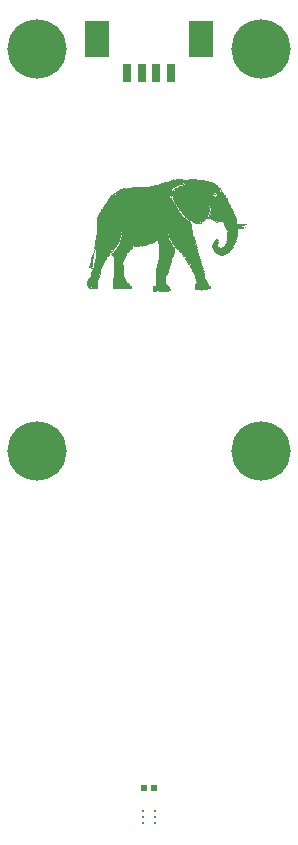
<source format=gbr>
%TF.GenerationSoftware,Altium Limited,Altium Designer,23.3.1 (30)*%
G04 Layer_Color=8388736*
%FSLAX26Y26*%
%MOIN*%
%TF.SameCoordinates,8EB50123-24BD-4293-BAC2-458A60E0733E*%
%TF.FilePolarity,Negative*%
%TF.FileFunction,Soldermask,Top*%
%TF.Part,Single*%
G01*
G75*
%TA.AperFunction,ViaPad*%
%ADD19C,0.197638*%
%TA.AperFunction,BGAPad,CuDef*%
%ADD22C,0.012598*%
%TA.AperFunction,ConnectorPad*%
%ADD23R,0.079528X0.118898*%
%ADD24R,0.030315X0.059843*%
%TA.AperFunction,SMDPad,CuDef*%
%ADD25R,0.019291X0.021260*%
G36*
X103778Y2125984D02*
X113977D01*
Y2123435D01*
X134374D01*
Y2125984D01*
X159872D01*
Y2123435D01*
X185369D01*
Y2120885D01*
X200667D01*
Y2118335D01*
X210866D01*
Y2115785D01*
X213415D01*
Y2113236D01*
X218515D01*
Y2110686D01*
X223614D01*
Y2108136D01*
X226164D01*
Y2105586D01*
X228714D01*
Y2103037D01*
X231263D01*
Y2100487D01*
X233813D01*
Y2097937D01*
X236363D01*
Y2095388D01*
X238913D01*
Y2092838D01*
Y2090288D01*
X236363D01*
Y2087738D01*
Y2085189D01*
X238913D01*
Y2087738D01*
X241462D01*
Y2090288D01*
X244012D01*
Y2087738D01*
Y2085189D01*
X246561D01*
Y2082639D01*
Y2080090D01*
X251661D01*
Y2077540D01*
X249111D01*
Y2074990D01*
X254211D01*
Y2072440D01*
X256760D01*
Y2069890D01*
Y2067341D01*
Y2064791D01*
X259310D01*
Y2062242D01*
X261860D01*
Y2059692D01*
Y2057142D01*
X264409D01*
Y2054592D01*
Y2052043D01*
Y2049493D01*
X266959D01*
Y2046943D01*
Y2044393D01*
X269509D01*
Y2041844D01*
Y2039294D01*
X272059D01*
Y2036744D01*
Y2034195D01*
X274608D01*
Y2031645D01*
X277158D01*
Y2029095D01*
Y2026545D01*
X279708D01*
Y2023996D01*
Y2021446D01*
X282257D01*
Y2018896D01*
X284807D01*
Y2016347D01*
X282257D01*
Y2013797D01*
X284807D01*
Y2011247D01*
X287357D01*
Y2008697D01*
Y2006148D01*
Y2003598D01*
X289907D01*
Y2001049D01*
Y1998499D01*
Y1995949D01*
X292456D01*
Y1993399D01*
Y1990850D01*
Y1988300D01*
Y1985750D01*
Y1983201D01*
X295006D01*
Y1980651D01*
Y1978101D01*
X328153D01*
Y1975551D01*
X325603D01*
Y1973002D01*
X320503D01*
Y1970452D01*
X310304D01*
Y1967902D01*
X325603D01*
Y1965352D01*
X323053D01*
Y1962803D01*
X320503D01*
Y1965352D01*
X317954D01*
Y1962803D01*
X315404D01*
Y1960253D01*
X297556D01*
Y1957703D01*
Y1955154D01*
Y1952604D01*
Y1950054D01*
Y1947504D01*
Y1944955D01*
Y1942405D01*
Y1939855D01*
Y1937306D01*
Y1934756D01*
X295006D01*
Y1932206D01*
Y1929656D01*
Y1927107D01*
Y1924557D01*
X292456D01*
Y1922007D01*
X289907D01*
Y1919458D01*
X292456D01*
Y1916908D01*
X289907D01*
Y1914358D01*
X287357D01*
Y1911809D01*
X284807D01*
Y1909259D01*
X287357D01*
Y1906709D01*
X284807D01*
Y1904160D01*
Y1901610D01*
X282257D01*
Y1904160D01*
X279708D01*
Y1901610D01*
X282257D01*
Y1899060D01*
Y1896510D01*
X279708D01*
Y1893961D01*
X277158D01*
Y1891411D01*
Y1888861D01*
X274608D01*
Y1886311D01*
X269509D01*
Y1883762D01*
Y1881212D01*
X264409D01*
Y1878662D01*
X261860D01*
Y1876113D01*
X256760D01*
Y1873563D01*
X249111D01*
Y1871013D01*
X236363D01*
Y1873563D01*
X228714D01*
Y1876113D01*
X223614D01*
Y1878662D01*
X221064D01*
Y1881212D01*
X218515D01*
Y1883762D01*
X215965D01*
Y1886311D01*
Y1888861D01*
Y1891411D01*
X213415D01*
Y1893961D01*
Y1896510D01*
X210866D01*
Y1899060D01*
Y1901610D01*
Y1904160D01*
Y1906709D01*
X213415D01*
Y1909259D01*
X215965D01*
Y1911809D01*
X213415D01*
Y1914358D01*
X215965D01*
Y1916908D01*
Y1919458D01*
X218515D01*
Y1922007D01*
X221064D01*
Y1924557D01*
X223614D01*
Y1927107D01*
X231263D01*
Y1924557D01*
X233813D01*
Y1922007D01*
Y1919458D01*
X231263D01*
Y1916908D01*
X233813D01*
Y1914358D01*
Y1911809D01*
X231263D01*
Y1909259D01*
X228714D01*
Y1906709D01*
Y1904160D01*
Y1901610D01*
X231263D01*
Y1899060D01*
X236363D01*
Y1896510D01*
X244012D01*
Y1899060D01*
X249111D01*
Y1901610D01*
X251661D01*
Y1904160D01*
X254211D01*
Y1906709D01*
Y1909259D01*
Y1911809D01*
X256760D01*
Y1914358D01*
X259310D01*
Y1916908D01*
X256760D01*
Y1919458D01*
X259310D01*
Y1922007D01*
Y1924557D01*
Y1927107D01*
Y1929656D01*
Y1932206D01*
Y1934756D01*
Y1937306D01*
Y1939855D01*
Y1942405D01*
Y1944955D01*
Y1947504D01*
Y1950054D01*
X261860D01*
Y1952604D01*
X259310D01*
Y1955154D01*
Y1957703D01*
X256760D01*
Y1960253D01*
Y1962803D01*
X254211D01*
Y1965352D01*
Y1967902D01*
Y1970452D01*
X251661D01*
Y1973002D01*
Y1975551D01*
X249111D01*
Y1978101D01*
Y1980651D01*
X246561D01*
Y1983201D01*
X231263D01*
Y1980651D01*
X223614D01*
Y1983201D01*
X221064D01*
Y1985750D01*
X215965D01*
Y1988300D01*
X213415D01*
Y1990850D01*
X208316D01*
Y1993399D01*
X190468D01*
Y1990850D01*
X187918D01*
Y1988300D01*
X182819D01*
Y1985750D01*
Y1983201D01*
X175170D01*
Y1980651D01*
Y1978101D01*
X170070D01*
Y1975551D01*
X164971D01*
Y1978101D01*
X162421D01*
Y1975551D01*
X157322D01*
Y1978101D01*
X152222D01*
Y1980651D01*
X147123D01*
Y1983201D01*
X142023D01*
Y1985750D01*
Y1988300D01*
X139474D01*
Y1985750D01*
X136924D01*
Y1988300D01*
X134374D01*
Y1990850D01*
X131825D01*
Y1993399D01*
Y1995949D01*
X134374D01*
Y1998499D01*
X129275D01*
Y1995949D01*
Y1993399D01*
X126725D01*
Y1995949D01*
X124175D01*
Y1998499D01*
X121626D01*
Y2001049D01*
X119076D01*
Y2003598D01*
X116526D01*
Y2006148D01*
X113977D01*
Y2008697D01*
X111427D01*
Y2011247D01*
X108877D01*
Y2013797D01*
Y2016347D01*
X106328D01*
Y2018896D01*
X103778D01*
Y2021446D01*
X101228D01*
Y2023996D01*
Y2026545D01*
X98679D01*
Y2029095D01*
X96129D01*
Y2031645D01*
Y2034195D01*
X93579D01*
Y2031645D01*
Y2029095D01*
X96129D01*
Y2026545D01*
Y2023996D01*
X98679D01*
Y2021446D01*
Y2018896D01*
X101228D01*
Y2016347D01*
X103778D01*
Y2013797D01*
X106328D01*
Y2011247D01*
Y2008697D01*
X108877D01*
Y2006148D01*
X111427D01*
Y2003598D01*
X113977D01*
Y2001049D01*
X116526D01*
Y1998499D01*
X119076D01*
Y1995949D01*
X124175D01*
Y1993399D01*
X126725D01*
Y1990850D01*
X129275D01*
Y1988300D01*
X131825D01*
Y1985750D01*
X136924D01*
Y1983201D01*
X139474D01*
Y1980651D01*
Y1978101D01*
X144573D01*
Y1975551D01*
Y1973002D01*
Y1970452D01*
Y1967902D01*
Y1965352D01*
Y1962803D01*
Y1960253D01*
Y1957703D01*
X147123D01*
Y1955154D01*
Y1952604D01*
Y1950054D01*
Y1947504D01*
Y1944955D01*
Y1942405D01*
Y1939855D01*
Y1937306D01*
X149673D01*
Y1934756D01*
X152222D01*
Y1932206D01*
Y1929656D01*
Y1927107D01*
X154772D01*
Y1924557D01*
Y1922007D01*
X157322D01*
Y1919458D01*
Y1916908D01*
Y1914358D01*
Y1911809D01*
Y1909259D01*
X159872D01*
Y1906709D01*
Y1904160D01*
Y1901610D01*
X162421D01*
Y1899060D01*
Y1896510D01*
X159872D01*
Y1893961D01*
X162421D01*
Y1891411D01*
X164971D01*
Y1888861D01*
Y1886311D01*
X162421D01*
Y1883762D01*
X164971D01*
Y1881212D01*
Y1878662D01*
X167521D01*
Y1876113D01*
Y1873563D01*
Y1871013D01*
X170070D01*
Y1868463D01*
Y1865914D01*
Y1863364D01*
Y1860814D01*
X172620D01*
Y1858265D01*
Y1855715D01*
Y1853165D01*
X175170D01*
Y1850615D01*
X172620D01*
Y1848066D01*
X175170D01*
Y1845516D01*
X177720D01*
Y1842966D01*
Y1840417D01*
Y1837867D01*
X180269D01*
Y1835317D01*
Y1832767D01*
Y1830218D01*
X182819D01*
Y1827668D01*
X180269D01*
Y1825118D01*
X182819D01*
Y1822569D01*
Y1820019D01*
X185369D01*
Y1817469D01*
X182819D01*
Y1814920D01*
X185369D01*
Y1812370D01*
Y1809820D01*
Y1807270D01*
Y1804721D01*
Y1802171D01*
X187918D01*
Y1799621D01*
Y1797072D01*
Y1794522D01*
X190468D01*
Y1791972D01*
Y1789422D01*
X193018D01*
Y1786873D01*
Y1784323D01*
X195567D01*
Y1781773D01*
Y1779224D01*
X198117D01*
Y1776674D01*
X200667D01*
Y1774124D01*
Y1771574D01*
X203216D01*
Y1769025D01*
X205766D01*
Y1766475D01*
X208316D01*
Y1763926D01*
Y1761376D01*
X205766D01*
Y1758826D01*
X198117D01*
Y1756276D01*
X175170D01*
Y1753726D01*
X172620D01*
Y1756276D01*
X154772D01*
Y1758826D01*
Y1761376D01*
X152222D01*
Y1763926D01*
Y1766475D01*
Y1769025D01*
Y1771574D01*
X154772D01*
Y1774124D01*
Y1776674D01*
X157322D01*
Y1779224D01*
X159872D01*
Y1781773D01*
Y1784323D01*
X157322D01*
Y1786873D01*
Y1789422D01*
Y1791972D01*
X154772D01*
Y1794522D01*
Y1797072D01*
Y1799621D01*
X152222D01*
Y1802171D01*
Y1804721D01*
Y1807270D01*
X149673D01*
Y1809820D01*
Y1812370D01*
X147123D01*
Y1814920D01*
Y1817469D01*
X144573D01*
Y1820019D01*
Y1822569D01*
X142023D01*
Y1825118D01*
Y1827668D01*
X139474D01*
Y1830218D01*
X136924D01*
Y1832767D01*
Y1835317D01*
X134374D01*
Y1837867D01*
X136924D01*
Y1840417D01*
X131825D01*
Y1842966D01*
Y1845516D01*
Y1848066D01*
X126725D01*
Y1850615D01*
Y1853165D01*
X124175D01*
Y1855715D01*
Y1858265D01*
X121626D01*
Y1860814D01*
X119076D01*
Y1863364D01*
X124175D01*
Y1865914D01*
X116526D01*
Y1868463D01*
X113977D01*
Y1871013D01*
Y1873563D01*
X111427D01*
Y1876113D01*
X108877D01*
Y1878662D01*
X106328D01*
Y1881212D01*
X103778D01*
Y1883762D01*
X101228D01*
Y1886311D01*
X98679D01*
Y1888861D01*
X96129D01*
Y1891411D01*
X93579D01*
Y1893961D01*
X91029D01*
Y1896510D01*
X88480D01*
Y1899060D01*
X85930D01*
Y1901610D01*
Y1904160D01*
X83380D01*
Y1906709D01*
X80830D01*
Y1909259D01*
Y1911809D01*
X78281D01*
Y1914358D01*
X75731D01*
Y1916908D01*
Y1919458D01*
X73181D01*
Y1922007D01*
Y1924557D01*
X70632D01*
Y1927107D01*
Y1929656D01*
X68082D01*
Y1927107D01*
Y1924557D01*
X70632D01*
Y1922007D01*
Y1919458D01*
X73181D01*
Y1916908D01*
Y1914358D01*
X75731D01*
Y1911809D01*
Y1909259D01*
X78281D01*
Y1906709D01*
X80830D01*
Y1904160D01*
Y1901610D01*
X83380D01*
Y1899060D01*
X85930D01*
Y1896510D01*
Y1893961D01*
X88480D01*
Y1891411D01*
Y1888861D01*
Y1886311D01*
Y1883762D01*
X85930D01*
Y1881212D01*
Y1878662D01*
Y1876113D01*
X83380D01*
Y1873563D01*
Y1871013D01*
Y1868463D01*
X80830D01*
Y1865914D01*
Y1863364D01*
X78281D01*
Y1860814D01*
Y1858265D01*
Y1855715D01*
X75731D01*
Y1853165D01*
Y1850615D01*
Y1848066D01*
X73181D01*
Y1845516D01*
Y1842966D01*
Y1840417D01*
Y1837867D01*
X70632D01*
Y1835317D01*
Y1832767D01*
Y1830218D01*
Y1827668D01*
X68082D01*
Y1825118D01*
Y1822569D01*
Y1820019D01*
X65532D01*
Y1817469D01*
Y1814920D01*
X62982D01*
Y1812370D01*
Y1809820D01*
Y1807270D01*
X60433D01*
Y1804721D01*
Y1802171D01*
X57883D01*
Y1799621D01*
Y1797072D01*
Y1794522D01*
Y1791972D01*
Y1789422D01*
X55333D01*
Y1786873D01*
Y1784323D01*
X57883D01*
Y1781773D01*
Y1779224D01*
Y1776674D01*
X60433D01*
Y1774124D01*
X62982D01*
Y1771574D01*
X65532D01*
Y1769025D01*
X68082D01*
Y1766475D01*
X70632D01*
Y1763926D01*
Y1761376D01*
X73181D01*
Y1758826D01*
Y1756276D01*
Y1753726D01*
X68082D01*
Y1751177D01*
X34936D01*
Y1753726D01*
X27287D01*
Y1751177D01*
X14538D01*
Y1753726D01*
X11988D01*
Y1756276D01*
Y1758826D01*
Y1761376D01*
Y1763926D01*
X14538D01*
Y1766475D01*
Y1769025D01*
X17087D01*
Y1771574D01*
X22187D01*
Y1774124D01*
Y1776674D01*
Y1779224D01*
X24737D01*
Y1781773D01*
X22187D01*
Y1784323D01*
Y1786873D01*
Y1789422D01*
Y1791972D01*
Y1794522D01*
Y1797072D01*
Y1799621D01*
Y1802171D01*
Y1804721D01*
Y1807270D01*
Y1809820D01*
X24737D01*
Y1812370D01*
Y1814920D01*
Y1817469D01*
Y1820019D01*
Y1822569D01*
Y1825118D01*
Y1827668D01*
Y1830218D01*
X27287D01*
Y1832767D01*
Y1835317D01*
Y1837867D01*
Y1840417D01*
Y1842966D01*
X29836D01*
Y1845516D01*
Y1848066D01*
Y1850615D01*
Y1853165D01*
Y1855715D01*
Y1858265D01*
X32386D01*
Y1860814D01*
Y1863364D01*
Y1865914D01*
Y1868463D01*
Y1871013D01*
Y1873563D01*
Y1876113D01*
Y1878662D01*
Y1881212D01*
Y1883762D01*
Y1886311D01*
Y1888861D01*
X34936D01*
Y1891411D01*
X32386D01*
Y1893961D01*
Y1896510D01*
Y1899060D01*
Y1901610D01*
Y1904160D01*
Y1906709D01*
Y1909259D01*
Y1911809D01*
X29836D01*
Y1914358D01*
Y1916908D01*
Y1919458D01*
X24737D01*
Y1916908D01*
X19638D01*
Y1914358D01*
X14538D01*
Y1911809D01*
X9439D01*
Y1909259D01*
X1789D01*
Y1906709D01*
X-5860D01*
Y1904160D01*
X-18608D01*
Y1901610D01*
X-23708D01*
Y1904160D01*
X-31357D01*
Y1901610D01*
X-49205D01*
Y1904160D01*
X-51755D01*
Y1901610D01*
X-49205D01*
Y1899060D01*
X-54304D01*
Y1896510D01*
Y1893961D01*
X-56854D01*
Y1891411D01*
X-59404D01*
Y1888861D01*
X-61953D01*
Y1886311D01*
X-64503D01*
Y1883762D01*
X-67053D01*
Y1881212D01*
X-69602D01*
Y1878662D01*
X-72152D01*
Y1876113D01*
X-74702D01*
Y1873563D01*
Y1871013D01*
X-77252D01*
Y1868463D01*
Y1865914D01*
Y1863364D01*
X-79801D01*
Y1860814D01*
Y1858265D01*
X-82351D01*
Y1855715D01*
Y1853165D01*
Y1850615D01*
X-84901D01*
Y1848066D01*
Y1845516D01*
Y1842966D01*
Y1840417D01*
X-82351D01*
Y1837867D01*
Y1835317D01*
Y1832767D01*
Y1830218D01*
Y1827668D01*
Y1825118D01*
Y1822569D01*
Y1820019D01*
Y1817469D01*
Y1814920D01*
Y1812370D01*
Y1809820D01*
Y1807270D01*
Y1804721D01*
Y1802171D01*
Y1799621D01*
X-79801D01*
Y1797072D01*
Y1794522D01*
Y1791972D01*
X-77252D01*
Y1789422D01*
Y1786873D01*
X-74702D01*
Y1784323D01*
X-72152D01*
Y1781773D01*
X-69602D01*
Y1779224D01*
X-67053D01*
Y1776674D01*
X-64503D01*
Y1774124D01*
X-61953D01*
Y1771574D01*
X-59404D01*
Y1769025D01*
X-56854D01*
Y1766475D01*
Y1763926D01*
Y1761376D01*
X-59404D01*
Y1758826D01*
X-115497D01*
Y1761376D01*
X-120597D01*
Y1763926D01*
Y1766475D01*
Y1769025D01*
Y1771574D01*
Y1774124D01*
Y1776674D01*
Y1779224D01*
Y1781773D01*
Y1784323D01*
Y1786873D01*
Y1789422D01*
Y1791972D01*
Y1794522D01*
Y1797072D01*
X-118047D01*
Y1799621D01*
Y1802171D01*
Y1804721D01*
Y1807270D01*
Y1809820D01*
X-115497D01*
Y1812370D01*
Y1814920D01*
Y1817469D01*
Y1820019D01*
Y1822569D01*
Y1825118D01*
Y1827668D01*
Y1830218D01*
Y1832767D01*
Y1835317D01*
Y1837867D01*
Y1840417D01*
Y1842966D01*
Y1845516D01*
Y1848066D01*
Y1850615D01*
X-118047D01*
Y1853165D01*
Y1855715D01*
Y1858265D01*
Y1860814D01*
Y1863364D01*
Y1865914D01*
Y1868463D01*
X-120597D01*
Y1871013D01*
X-123146D01*
Y1873563D01*
X-125696D01*
Y1876113D01*
X-123146D01*
Y1878662D01*
X-120597D01*
Y1881212D01*
X-118047D01*
Y1883762D01*
X-115497D01*
Y1886311D01*
X-112948D01*
Y1888861D01*
Y1891411D01*
X-110398D01*
Y1893961D01*
X-105298D01*
Y1896510D01*
Y1899060D01*
Y1901610D01*
X-107848D01*
Y1899060D01*
X-110398D01*
Y1896510D01*
X-112948D01*
Y1893961D01*
X-115497D01*
Y1891411D01*
Y1888861D01*
X-118047D01*
Y1886311D01*
X-120597D01*
Y1888861D01*
X-125696D01*
Y1886311D01*
X-120597D01*
Y1883762D01*
X-123146D01*
Y1881212D01*
X-125696D01*
Y1878662D01*
X-128246D01*
Y1876113D01*
Y1873563D01*
X-130796D01*
Y1871013D01*
X-133345D01*
Y1868463D01*
X-135895D01*
Y1865914D01*
X-138445D01*
Y1863364D01*
Y1860814D01*
X-140994D01*
Y1858265D01*
X-143544D01*
Y1855715D01*
Y1853165D01*
X-146094D01*
Y1850615D01*
Y1848066D01*
X-151193D01*
Y1845516D01*
X-148643D01*
Y1842966D01*
X-151193D01*
Y1840417D01*
X-153743D01*
Y1837867D01*
Y1835317D01*
Y1832767D01*
X-156293D01*
Y1830218D01*
Y1827668D01*
X-158842D01*
Y1825118D01*
Y1822569D01*
X-161392D01*
Y1820019D01*
X-158842D01*
Y1817469D01*
X-161392D01*
Y1814920D01*
Y1812370D01*
Y1809820D01*
Y1807270D01*
X-163942D01*
Y1809820D01*
X-166491D01*
Y1807270D01*
X-163942D01*
Y1804721D01*
Y1802171D01*
Y1799621D01*
Y1797072D01*
X-166491D01*
Y1794522D01*
Y1791972D01*
Y1789422D01*
X-169041D01*
Y1786873D01*
Y1784323D01*
Y1781773D01*
X-171591D01*
Y1779224D01*
X-169041D01*
Y1776674D01*
Y1774124D01*
Y1771574D01*
X-166491D01*
Y1769025D01*
X-169041D01*
Y1771574D01*
X-171591D01*
Y1769025D01*
X-169041D01*
Y1766475D01*
Y1763926D01*
Y1761376D01*
X-174141D01*
Y1758826D01*
X-176690D01*
Y1761376D01*
X-199637D01*
Y1763926D01*
X-202188D01*
Y1766475D01*
X-204737D01*
Y1769025D01*
Y1771574D01*
X-207287D01*
Y1774124D01*
Y1776674D01*
Y1779224D01*
Y1781773D01*
Y1784323D01*
Y1786873D01*
X-204737D01*
Y1789422D01*
Y1791972D01*
X-202188D01*
Y1794522D01*
X-199637D01*
Y1797072D01*
X-197088D01*
Y1799621D01*
X-194538D01*
Y1797072D01*
X-191988D01*
Y1799621D01*
X-194538D01*
Y1802171D01*
Y1804721D01*
Y1807270D01*
Y1809820D01*
X-191988D01*
Y1812370D01*
Y1814920D01*
Y1817469D01*
X-189439D01*
Y1820019D01*
Y1822569D01*
X-186889D01*
Y1825118D01*
Y1827668D01*
X-191988D01*
Y1825118D01*
X-194538D01*
Y1827668D01*
Y1830218D01*
X-199637D01*
Y1832767D01*
Y1835317D01*
X-197088D01*
Y1837867D01*
Y1840417D01*
Y1842966D01*
Y1845516D01*
Y1848066D01*
X-194538D01*
Y1850615D01*
Y1853165D01*
Y1855715D01*
X-191988D01*
Y1858265D01*
Y1860814D01*
Y1863364D01*
Y1865914D01*
X-189439D01*
Y1868463D01*
Y1871013D01*
Y1873563D01*
X-186889D01*
Y1876113D01*
Y1878662D01*
Y1881212D01*
X-184339D01*
Y1883762D01*
Y1886311D01*
Y1888861D01*
Y1891411D01*
X-181790D01*
Y1888861D01*
X-179240D01*
Y1886311D01*
Y1883762D01*
Y1881212D01*
Y1878662D01*
X-181790D01*
Y1876113D01*
Y1873563D01*
Y1871013D01*
Y1868463D01*
X-184339D01*
Y1865914D01*
Y1863364D01*
Y1860814D01*
X-186889D01*
Y1858265D01*
Y1855715D01*
Y1853165D01*
Y1850615D01*
Y1848066D01*
Y1845516D01*
Y1842966D01*
Y1840417D01*
Y1837867D01*
Y1835317D01*
Y1832767D01*
X-189439D01*
Y1830218D01*
X-184339D01*
Y1832767D01*
Y1835317D01*
Y1837867D01*
X-181790D01*
Y1840417D01*
Y1842966D01*
Y1845516D01*
Y1848066D01*
X-179240D01*
Y1850615D01*
Y1853165D01*
Y1855715D01*
Y1858265D01*
Y1860814D01*
X-176690D01*
Y1863364D01*
Y1865914D01*
Y1868463D01*
Y1871013D01*
Y1873563D01*
Y1876113D01*
Y1878662D01*
Y1881212D01*
Y1883762D01*
Y1886311D01*
Y1888861D01*
Y1891411D01*
X-179240D01*
Y1893961D01*
X-181790D01*
Y1896510D01*
Y1899060D01*
Y1901610D01*
X-179240D01*
Y1904160D01*
Y1906709D01*
Y1909259D01*
Y1911809D01*
Y1914358D01*
Y1916908D01*
Y1919458D01*
Y1922007D01*
X-176690D01*
Y1924557D01*
Y1927107D01*
Y1929656D01*
Y1932206D01*
Y1934756D01*
Y1937306D01*
Y1939855D01*
X-174141D01*
Y1942405D01*
Y1944955D01*
Y1947504D01*
Y1950054D01*
Y1952604D01*
Y1955154D01*
Y1957703D01*
Y1960253D01*
Y1962803D01*
Y1965352D01*
Y1967902D01*
Y1970452D01*
Y1973002D01*
Y1975551D01*
Y1978101D01*
Y1980651D01*
Y1983201D01*
Y1985750D01*
Y1988300D01*
X-171591D01*
Y1990850D01*
Y1993399D01*
Y1995949D01*
Y1998499D01*
Y2001049D01*
X-169041D01*
Y2003598D01*
Y2006148D01*
X-166491D01*
Y2008697D01*
Y2011247D01*
Y2013797D01*
X-163942D01*
Y2016347D01*
X-161392D01*
Y2018896D01*
Y2021446D01*
X-158842D01*
Y2023996D01*
Y2026545D01*
X-153743D01*
Y2029095D01*
Y2031645D01*
Y2034195D01*
X-151193D01*
Y2036744D01*
X-148643D01*
Y2039294D01*
X-143544D01*
Y2041844D01*
X-146094D01*
Y2044393D01*
X-143544D01*
Y2046943D01*
X-140994D01*
Y2049493D01*
Y2052043D01*
X-138445D01*
Y2054592D01*
X-135895D01*
Y2057142D01*
Y2059692D01*
X-133345D01*
Y2062242D01*
X-130796D01*
Y2064791D01*
X-128246D01*
Y2062242D01*
X-125696D01*
Y2064791D01*
X-128246D01*
Y2067341D01*
Y2069890D01*
X-125696D01*
Y2072440D01*
X-123146D01*
Y2074990D01*
X-120597D01*
Y2077540D01*
X-118047D01*
Y2080090D01*
X-110398D01*
Y2082639D01*
Y2085189D01*
X-107848D01*
Y2082639D01*
X-105298D01*
Y2085189D01*
Y2087738D01*
X-100199D01*
Y2090288D01*
X-95100D01*
Y2092838D01*
X-84901D01*
Y2095388D01*
X-77252D01*
Y2092838D01*
X-74702D01*
Y2095388D01*
X-77252D01*
Y2097937D01*
X-56854D01*
Y2100487D01*
X4339D01*
Y2103037D01*
X17087D01*
Y2105586D01*
X24737D01*
Y2108136D01*
X32386D01*
Y2110686D01*
X40035D01*
Y2113236D01*
X50234D01*
Y2115785D01*
X57883D01*
Y2118335D01*
X68082D01*
Y2120885D01*
X73181D01*
Y2123435D01*
X80830D01*
Y2125984D01*
X83380D01*
Y2123435D01*
X85930D01*
Y2125984D01*
X88480D01*
Y2123435D01*
X91029D01*
Y2125984D01*
X88480D01*
Y2128534D01*
X103778D01*
Y2125984D01*
D02*
G37*
%LPC*%
G36*
X116526Y2113236D02*
X113977D01*
Y2110686D01*
X116526D01*
Y2108136D01*
X119076D01*
Y2110686D01*
X116526D01*
Y2113236D01*
D02*
G37*
G36*
Y2108136D02*
X113977D01*
Y2105586D01*
X116526D01*
Y2108136D01*
D02*
G37*
G36*
X113977Y2105586D02*
X111427D01*
Y2103037D01*
X113977D01*
Y2105586D01*
D02*
G37*
G36*
X108877D02*
X101228D01*
Y2103037D01*
X108877D01*
Y2105586D01*
D02*
G37*
G36*
X101228Y2103037D02*
X93579D01*
Y2100487D01*
X88480D01*
Y2097937D01*
X83380D01*
Y2095388D01*
X80830D01*
Y2092838D01*
X78281D01*
Y2090288D01*
X75731D01*
Y2087738D01*
Y2085189D01*
Y2082639D01*
Y2080090D01*
Y2077540D01*
Y2074990D01*
Y2072440D01*
Y2069890D01*
Y2067341D01*
X78281D01*
Y2064791D01*
Y2062242D01*
Y2059692D01*
Y2057142D01*
X80830D01*
Y2054592D01*
Y2052043D01*
Y2049493D01*
X83380D01*
Y2052043D01*
Y2054592D01*
Y2057142D01*
X80830D01*
Y2059692D01*
Y2062242D01*
Y2064791D01*
Y2067341D01*
Y2069890D01*
X78281D01*
Y2072440D01*
Y2074990D01*
Y2077540D01*
Y2080090D01*
Y2082639D01*
Y2085189D01*
Y2087738D01*
X80830D01*
Y2090288D01*
X83380D01*
Y2087738D01*
X85930D01*
Y2090288D01*
X83380D01*
Y2092838D01*
X88480D01*
Y2095388D01*
X91029D01*
Y2097937D01*
X96129D01*
Y2100487D01*
X101228D01*
Y2103037D01*
D02*
G37*
G36*
X-110398Y2077540D02*
X-112948D01*
Y2074990D01*
X-110398D01*
Y2077540D01*
D02*
G37*
G36*
X213415Y2074990D02*
X210866D01*
Y2072440D01*
X213415D01*
Y2069890D01*
X221064D01*
Y2067341D01*
X223614D01*
Y2069890D01*
X226164D01*
Y2072440D01*
X213415D01*
Y2074990D01*
D02*
G37*
G36*
X223614Y2080090D02*
X215965D01*
Y2077540D01*
X223614D01*
Y2074990D01*
X226164D01*
Y2072440D01*
X228714D01*
Y2069890D01*
Y2067341D01*
Y2064791D01*
X231263D01*
Y2067341D01*
Y2069890D01*
Y2072440D01*
X228714D01*
Y2074990D01*
X226164D01*
Y2077540D01*
X223614D01*
Y2080090D01*
D02*
G37*
G36*
X73181Y2069890D02*
X70632D01*
Y2067341D01*
Y2064791D01*
X75731D01*
Y2067341D01*
X73181D01*
Y2069890D01*
D02*
G37*
G36*
X85930Y2046943D02*
X83380D01*
Y2044393D01*
X85930D01*
Y2046943D01*
D02*
G37*
G36*
X93579Y2039294D02*
X91029D01*
Y2036744D01*
X93579D01*
Y2039294D01*
D02*
G37*
G36*
X203216Y2036744D02*
X200667D01*
Y2034195D01*
X203216D01*
Y2036744D01*
D02*
G37*
G36*
X205766Y2029095D02*
X203216D01*
Y2026545D01*
Y2023996D01*
Y2021446D01*
X205766D01*
Y2023996D01*
Y2026545D01*
Y2029095D01*
D02*
G37*
G36*
X198117Y2011247D02*
X195567D01*
Y2008697D01*
X198117D01*
Y2011247D01*
D02*
G37*
G36*
X203216Y2016347D02*
X200667D01*
Y2013797D01*
Y2011247D01*
Y2008697D01*
X203216D01*
Y2006148D01*
X205766D01*
Y2008697D01*
X203216D01*
Y2011247D01*
Y2013797D01*
Y2016347D01*
D02*
G37*
G36*
X200667Y2006148D02*
X198117D01*
Y2003598D01*
Y2001049D01*
X200667D01*
Y2003598D01*
Y2006148D01*
D02*
G37*
G36*
X198117Y2001049D02*
X195567D01*
Y1998499D01*
Y1995949D01*
X198117D01*
Y1998499D01*
Y2001049D01*
D02*
G37*
G36*
X226164Y1985750D02*
X223614D01*
Y1983201D01*
X226164D01*
Y1985750D01*
D02*
G37*
G36*
X131825D02*
X129275D01*
Y1983201D01*
X131825D01*
Y1985750D01*
D02*
G37*
G36*
X172620Y1983201D02*
X170070D01*
Y1980651D01*
X172620D01*
Y1983201D01*
D02*
G37*
G36*
X-90000Y1950054D02*
X-92550D01*
Y1947504D01*
X-90000D01*
Y1950054D01*
D02*
G37*
G36*
X65532Y1942405D02*
X62982D01*
Y1939855D01*
X65532D01*
Y1942405D01*
D02*
G37*
G36*
X68082Y1934756D02*
X65532D01*
Y1932206D01*
X68082D01*
Y1934756D01*
D02*
G37*
G36*
X-90000Y1939855D02*
X-92550D01*
Y1937306D01*
Y1934756D01*
Y1932206D01*
X-90000D01*
Y1934756D01*
Y1937306D01*
Y1939855D01*
D02*
G37*
G36*
X231263Y1924557D02*
X226164D01*
Y1922007D01*
X231263D01*
Y1924557D01*
D02*
G37*
G36*
X-95100Y1932206D02*
X-97649D01*
Y1929656D01*
X-95100D01*
Y1927107D01*
Y1924557D01*
Y1922007D01*
X-92550D01*
Y1924557D01*
Y1927107D01*
Y1929656D01*
X-95100D01*
Y1932206D01*
D02*
G37*
G36*
X231263Y1916908D02*
X228714D01*
Y1914358D01*
X231263D01*
Y1916908D01*
D02*
G37*
G36*
X157322Y1909259D02*
X154772D01*
Y1906709D01*
X157322D01*
Y1909259D01*
D02*
G37*
G36*
X-95100Y1922007D02*
X-97649D01*
Y1919458D01*
Y1916908D01*
X-100199D01*
Y1914358D01*
Y1911809D01*
X-102749D01*
Y1909259D01*
Y1906709D01*
X-105298D01*
Y1904160D01*
Y1901610D01*
X-102749D01*
Y1904160D01*
X-100199D01*
Y1906709D01*
Y1909259D01*
X-97649D01*
Y1911809D01*
Y1914358D01*
X-95100D01*
Y1916908D01*
Y1919458D01*
Y1922007D01*
D02*
G37*
G36*
X228714Y1901610D02*
X226164D01*
Y1899060D01*
X228714D01*
Y1901610D01*
D02*
G37*
G36*
X139474Y1842966D02*
X136924D01*
Y1840417D01*
X139474D01*
Y1842966D01*
D02*
G37*
G36*
X177720Y1837867D02*
X175170D01*
Y1835317D01*
X177720D01*
Y1837867D01*
D02*
G37*
G36*
X-158842Y1832767D02*
X-161392D01*
Y1830218D01*
X-158842D01*
Y1832767D01*
D02*
G37*
G36*
X-181790Y1827668D02*
X-184339D01*
Y1825118D01*
X-181790D01*
Y1827668D01*
D02*
G37*
G36*
X-169041Y1794522D02*
X-171591D01*
Y1791972D01*
X-169041D01*
Y1794522D01*
D02*
G37*
G36*
X-189439Y1766475D02*
X-191988D01*
Y1763926D01*
X-189439D01*
Y1766475D01*
D02*
G37*
%LPD*%
D19*
X374016Y1220472D02*
D03*
X-374016D02*
D03*
X374016Y2559055D02*
D03*
X-374016D02*
D03*
D22*
X-19685Y19685D02*
D03*
Y0D02*
D03*
Y-19685D02*
D03*
X19685Y19685D02*
D03*
Y0D02*
D03*
Y-19685D02*
D03*
D23*
X-174213Y2594488D02*
D03*
X174213D02*
D03*
D24*
X-73819Y2480315D02*
D03*
X-24606D02*
D03*
X73819D02*
D03*
X24606D02*
D03*
D25*
X-16929Y98425D02*
D03*
X16929D02*
D03*
%TF.MD5,6cebc5f9f6c79d30eae9f918365f660e*%
M02*

</source>
